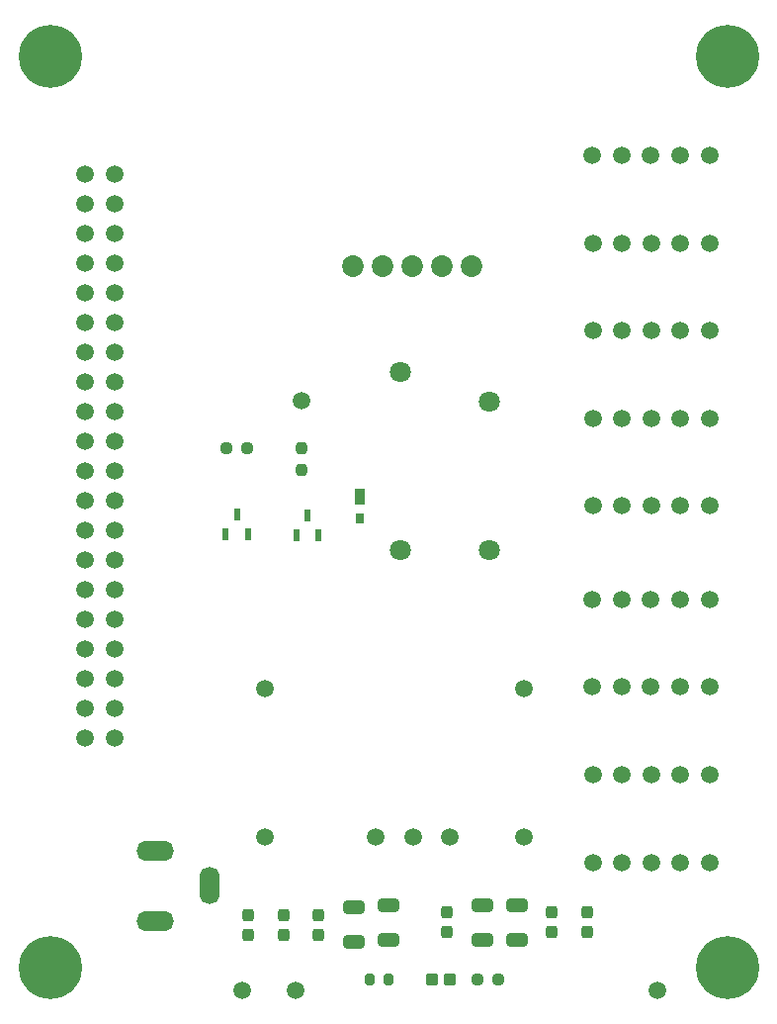
<source format=gbr>
%TF.GenerationSoftware,KiCad,Pcbnew,8.0.8*%
%TF.CreationDate,2025-02-04T22:00:34-05:00*%
%TF.ProjectId,lysimeter-pcb,6c797369-6d65-4746-9572-2d7063622e6b,rev?*%
%TF.SameCoordinates,Original*%
%TF.FileFunction,Soldermask,Top*%
%TF.FilePolarity,Negative*%
%FSLAX46Y46*%
G04 Gerber Fmt 4.6, Leading zero omitted, Abs format (unit mm)*
G04 Created by KiCad (PCBNEW 8.0.8) date 2025-02-04 22:00:34*
%MOMM*%
%LPD*%
G01*
G04 APERTURE LIST*
G04 Aperture macros list*
%AMRoundRect*
0 Rectangle with rounded corners*
0 $1 Rounding radius*
0 $2 $3 $4 $5 $6 $7 $8 $9 X,Y pos of 4 corners*
0 Add a 4 corners polygon primitive as box body*
4,1,4,$2,$3,$4,$5,$6,$7,$8,$9,$2,$3,0*
0 Add four circle primitives for the rounded corners*
1,1,$1+$1,$2,$3*
1,1,$1+$1,$4,$5*
1,1,$1+$1,$6,$7*
1,1,$1+$1,$8,$9*
0 Add four rect primitives between the rounded corners*
20,1,$1+$1,$2,$3,$4,$5,0*
20,1,$1+$1,$4,$5,$6,$7,0*
20,1,$1+$1,$6,$7,$8,$9,0*
20,1,$1+$1,$8,$9,$2,$3,0*%
G04 Aperture macros list end*
%ADD10O,3.220000X1.712000*%
%ADD11O,1.712000X3.220000*%
%ADD12C,1.498600*%
%ADD13RoundRect,0.250000X-0.650000X0.325000X-0.650000X-0.325000X0.650000X-0.325000X0.650000X0.325000X0*%
%ADD14R,0.508000X1.016000*%
%ADD15RoundRect,0.237500X-0.237500X0.300000X-0.237500X-0.300000X0.237500X-0.300000X0.237500X0.300000X0*%
%ADD16C,1.500000*%
%ADD17C,5.400000*%
%ADD18C,1.803400*%
%ADD19R,0.838200X1.447800*%
%ADD20R,0.711200X0.914400*%
%ADD21RoundRect,0.237500X-0.237500X0.250000X-0.237500X-0.250000X0.237500X-0.250000X0.237500X0.250000X0*%
%ADD22C,1.854000*%
%ADD23RoundRect,0.237500X0.250000X0.237500X-0.250000X0.237500X-0.250000X-0.237500X0.250000X-0.237500X0*%
%ADD24RoundRect,0.200000X0.200000X0.275000X-0.200000X0.275000X-0.200000X-0.275000X0.200000X-0.275000X0*%
%ADD25RoundRect,0.102000X-0.400000X-0.400000X0.400000X-0.400000X0.400000X0.400000X-0.400000X0.400000X0*%
G04 APERTURE END LIST*
D10*
%TO.C,J2*%
X129000000Y-125500000D03*
X129000000Y-131500000D03*
D11*
X133700000Y-128500000D03*
%TD*%
D12*
%TO.C,J1*%
X125500000Y-67600000D03*
X122960000Y-67600000D03*
X125500000Y-70140000D03*
X122960000Y-70140000D03*
X125500000Y-72680000D03*
X122960000Y-72680000D03*
X125500000Y-75220000D03*
X122960000Y-75220000D03*
X125500000Y-77760000D03*
X122960000Y-77760000D03*
X125500000Y-80300000D03*
X122960000Y-80300000D03*
X125500000Y-82840000D03*
X122960000Y-82840000D03*
X125500000Y-85380000D03*
X122960000Y-85380000D03*
X125500000Y-87920000D03*
X122960000Y-87920000D03*
X125500000Y-90460000D03*
X122960000Y-90460000D03*
X125500000Y-93000000D03*
X122960000Y-93000000D03*
X125500000Y-95540000D03*
X122960000Y-95540000D03*
X125500000Y-98080000D03*
X122960000Y-98080000D03*
X125500000Y-100620000D03*
X122960000Y-100620000D03*
X125500000Y-103160000D03*
X122960000Y-103160000D03*
X125500000Y-105700000D03*
X122960000Y-105700000D03*
X125500000Y-108240000D03*
X122960000Y-108240000D03*
X125500000Y-110780000D03*
X122960000Y-110780000D03*
X125500000Y-113320000D03*
X122960000Y-113320000D03*
X125500000Y-115860000D03*
X122960000Y-115860000D03*
%TD*%
D13*
%TO.C,C9*%
X160000000Y-130162500D03*
X160000000Y-133112500D03*
%TD*%
D14*
%TO.C,Q4*%
X141095000Y-98500000D03*
X143000000Y-98500000D03*
X142047500Y-96809150D03*
%TD*%
D15*
%TO.C,C6*%
X163000000Y-130775000D03*
X163000000Y-132500000D03*
%TD*%
%TO.C,C7*%
X154000000Y-130775000D03*
X154000000Y-132500000D03*
%TD*%
D16*
%TO.C,TP4*%
X141500000Y-87000000D03*
%TD*%
%TO.C,U3*%
X138387500Y-111650000D03*
X138387500Y-124350000D03*
X147912500Y-124350000D03*
X151087500Y-124350000D03*
X154262500Y-124350000D03*
X160612500Y-124350000D03*
X160612500Y-111650000D03*
%TD*%
D15*
%TO.C,C5*%
X166000000Y-130775000D03*
X166000000Y-132500000D03*
%TD*%
%TO.C,C2*%
X143000000Y-131000000D03*
X143000000Y-132725000D03*
%TD*%
D12*
%TO.C,J3*%
X176466600Y-66029801D03*
X173966600Y-66029801D03*
X171466600Y-66029801D03*
X168966600Y-66029801D03*
X166466600Y-66029801D03*
%TD*%
D17*
%TO.C,H4*%
X178000000Y-135500000D03*
%TD*%
D12*
%TO.C,J11*%
X176500000Y-126500000D03*
X174000000Y-126500000D03*
X171500000Y-126500000D03*
X169000000Y-126500000D03*
X166500000Y-126500000D03*
%TD*%
D18*
%TO.C,K2*%
X150000000Y-84569998D03*
X150000000Y-99809998D03*
X157600000Y-99809998D03*
X157600000Y-87109998D03*
%TD*%
D13*
%TO.C,C8*%
X149000000Y-130162500D03*
X149000000Y-133112500D03*
%TD*%
D12*
%TO.C,J9*%
X176466600Y-111500000D03*
X173966600Y-111500000D03*
X171466600Y-111500000D03*
X168966600Y-111500000D03*
X166466600Y-111500000D03*
%TD*%
D17*
%TO.C,H1*%
X120000000Y-57500000D03*
%TD*%
D12*
%TO.C,J7*%
X176500000Y-96000000D03*
X174000000Y-96000000D03*
X171500000Y-96000000D03*
X169000000Y-96000000D03*
X166500000Y-96000000D03*
%TD*%
D13*
%TO.C,C1*%
X146000000Y-130387500D03*
X146000000Y-133337500D03*
%TD*%
D17*
%TO.C,H3*%
X120000000Y-135500000D03*
%TD*%
D12*
%TO.C,J4*%
X176500000Y-73500000D03*
X174000000Y-73500000D03*
X171500000Y-73500000D03*
X169000000Y-73500000D03*
X166500000Y-73500000D03*
%TD*%
D17*
%TO.C,H2*%
X178000000Y-57500000D03*
%TD*%
D13*
%TO.C,C10*%
X157000000Y-130162500D03*
X157000000Y-133112500D03*
%TD*%
D12*
%TO.C,J6*%
X176500000Y-88500000D03*
X174000000Y-88500000D03*
X171500000Y-88500000D03*
X169000000Y-88500000D03*
X166500000Y-88500000D03*
%TD*%
D19*
%TO.C,CR2*%
X146500000Y-95225300D03*
D20*
X146500000Y-97041400D03*
%TD*%
D12*
%TO.C,J8*%
X176466600Y-104029801D03*
X173966600Y-104029801D03*
X171466600Y-104029801D03*
X168966600Y-104029801D03*
X166466600Y-104029801D03*
%TD*%
D21*
%TO.C,R6*%
X141500000Y-91087500D03*
X141500000Y-92912500D03*
%TD*%
D22*
%TO.C,J12*%
X145920000Y-75500000D03*
X148460000Y-75500000D03*
X151000000Y-75500000D03*
X153540000Y-75500000D03*
X156080000Y-75500000D03*
%TD*%
D12*
%TO.C,J10*%
X176500000Y-119000000D03*
X174000000Y-119000000D03*
X171500000Y-119000000D03*
X169000000Y-119000000D03*
X166500000Y-119000000D03*
%TD*%
D16*
%TO.C,TP2*%
X141000000Y-137500000D03*
%TD*%
D12*
%TO.C,J5*%
X176500000Y-81000000D03*
X174000000Y-81000000D03*
X171500000Y-81000000D03*
X169000000Y-81000000D03*
X166500000Y-81000000D03*
%TD*%
D23*
%TO.C,R1*%
X158412500Y-136500000D03*
X156587500Y-136500000D03*
%TD*%
D24*
%TO.C,R2*%
X149000000Y-136500000D03*
X147350000Y-136500000D03*
%TD*%
D23*
%TO.C,R5*%
X136912500Y-91087500D03*
X135087500Y-91087500D03*
%TD*%
D14*
%TO.C,Q3*%
X135047500Y-98394400D03*
X136952500Y-98394400D03*
X136000000Y-96703550D03*
%TD*%
D15*
%TO.C,C4*%
X137000000Y-131000000D03*
X137000000Y-132725000D03*
%TD*%
%TO.C,C3*%
X140000000Y-131000000D03*
X140000000Y-132725000D03*
%TD*%
D25*
%TO.C,D1*%
X152675000Y-136500000D03*
X154275000Y-136500000D03*
%TD*%
D16*
%TO.C,TP3*%
X172000000Y-137500000D03*
%TD*%
%TO.C,TP1*%
X136500000Y-137500000D03*
%TD*%
M02*

</source>
